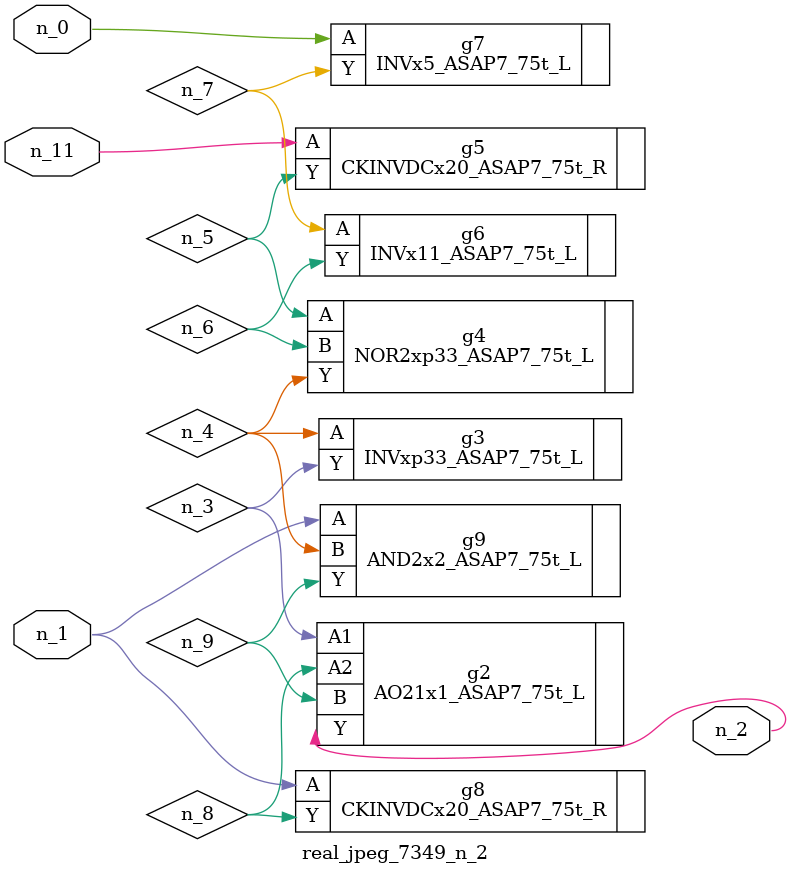
<source format=v>
module real_jpeg_7349_n_2 (n_1, n_11, n_0, n_2);

input n_1;
input n_11;
input n_0;

output n_2;

wire n_5;
wire n_8;
wire n_4;
wire n_6;
wire n_7;
wire n_3;
wire n_9;

INVx5_ASAP7_75t_L g7 ( 
.A(n_0),
.Y(n_7)
);

CKINVDCx20_ASAP7_75t_R g8 ( 
.A(n_1),
.Y(n_8)
);

AND2x2_ASAP7_75t_L g9 ( 
.A(n_1),
.B(n_4),
.Y(n_9)
);

AO21x1_ASAP7_75t_L g2 ( 
.A1(n_3),
.A2(n_8),
.B(n_9),
.Y(n_2)
);

INVxp33_ASAP7_75t_L g3 ( 
.A(n_4),
.Y(n_3)
);

NOR2xp33_ASAP7_75t_L g4 ( 
.A(n_5),
.B(n_6),
.Y(n_4)
);

INVx11_ASAP7_75t_L g6 ( 
.A(n_7),
.Y(n_6)
);

CKINVDCx20_ASAP7_75t_R g5 ( 
.A(n_11),
.Y(n_5)
);


endmodule
</source>
